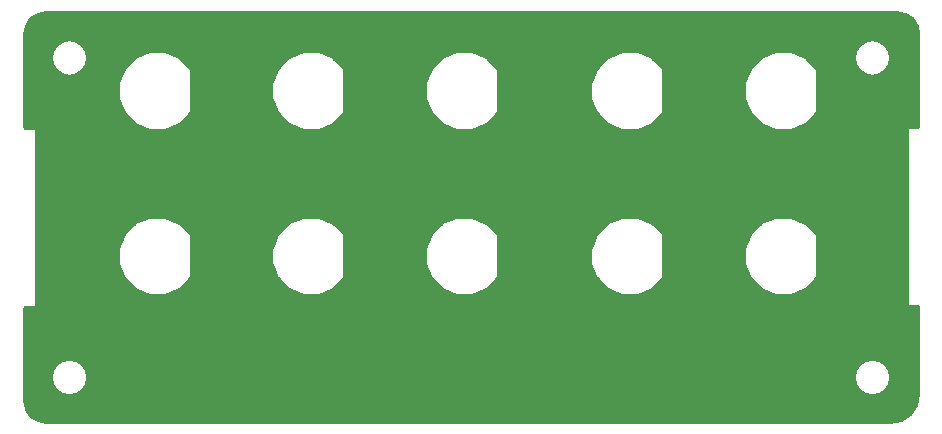
<source format=gbl>
G04 #@! TF.GenerationSoftware,KiCad,Pcbnew,(2017-06-07 revision 51bed4bae)-makepkg*
G04 #@! TF.CreationDate,2017-06-10T14:48:25+02:00*
G04 #@! TF.ProjectId,Front_Panel_76x35,46726F6E745F50616E656C5F37367833,rev?*
G04 #@! TF.FileFunction,Copper,L2,Bot,Signal*
G04 #@! TF.FilePolarity,Positive*
%FSLAX46Y46*%
G04 Gerber Fmt 4.6, Leading zero omitted, Abs format (unit mm)*
G04 Created by KiCad (PCBNEW (2017-06-07 revision 51bed4bae)-makepkg) date 06/10/17 14:48:25*
%MOMM*%
%LPD*%
G01*
G04 APERTURE LIST*
%ADD10C,0.150000*%
%ADD11C,0.800000*%
%ADD12C,0.254000*%
G04 APERTURE END LIST*
D10*
D11*
X60600000Y-20830000D03*
X61115802Y-18905000D03*
X62525000Y-17495802D03*
X64450000Y-16980000D03*
X66375000Y-17495802D03*
X67784198Y-18905000D03*
X68300000Y-20830000D03*
X67784198Y-22755000D03*
X66375000Y-24164198D03*
X64450000Y-24680000D03*
X62525000Y-24164198D03*
X61115802Y-22755000D03*
X47600000Y-20830000D03*
X48115802Y-18905000D03*
X49525000Y-17495802D03*
X51450000Y-16980000D03*
X53375000Y-17495802D03*
X54784198Y-18905000D03*
X55300000Y-20830000D03*
X54784198Y-22755000D03*
X53375000Y-24164198D03*
X51450000Y-24680000D03*
X49525000Y-24164198D03*
X48115802Y-22755000D03*
X60600000Y-6830000D03*
X61115802Y-4905000D03*
X62525000Y-3495802D03*
X64450000Y-2980000D03*
X66375000Y-3495802D03*
X67784198Y-4905000D03*
X68300000Y-6830000D03*
X67784198Y-8755000D03*
X66375000Y-10164198D03*
X64450000Y-10680000D03*
X62525000Y-10164198D03*
X61115802Y-8755000D03*
X47600000Y-6830000D03*
X48115802Y-4905000D03*
X49525000Y-3495802D03*
X51450000Y-2980000D03*
X53375000Y-3495802D03*
X54784198Y-4905000D03*
X55300000Y-6830000D03*
X54784198Y-8755000D03*
X53375000Y-10164198D03*
X51450000Y-10680000D03*
X49525000Y-10164198D03*
X48115802Y-8755000D03*
X33600000Y-20830000D03*
X34115802Y-18905000D03*
X35525000Y-17495802D03*
X37450000Y-16980000D03*
X39375000Y-17495802D03*
X40784198Y-18905000D03*
X41300000Y-20830000D03*
X40784198Y-22755000D03*
X39375000Y-24164198D03*
X37450000Y-24680000D03*
X35525000Y-24164198D03*
X34115802Y-22755000D03*
X20600000Y-20830000D03*
X21115802Y-18905000D03*
X22525000Y-17495802D03*
X24450000Y-16980000D03*
X26375000Y-17495802D03*
X27784198Y-18905000D03*
X28300000Y-20830000D03*
X27784198Y-22755000D03*
X26375000Y-24164198D03*
X24450000Y-24680000D03*
X22525000Y-24164198D03*
X21115802Y-22755000D03*
X7600000Y-20830000D03*
X8115802Y-18905000D03*
X9525000Y-17495802D03*
X11450000Y-16980000D03*
X13375000Y-17495802D03*
X14784198Y-18905000D03*
X15300000Y-20830000D03*
X14784198Y-22755000D03*
X13375000Y-24164198D03*
X11450000Y-24680000D03*
X9525000Y-24164198D03*
X8115802Y-22755000D03*
X33600000Y-6830000D03*
X34115802Y-4905000D03*
X35525000Y-3495802D03*
X37450000Y-2980000D03*
X39375000Y-3495802D03*
X40784198Y-4905000D03*
X41300000Y-6830000D03*
X40784198Y-8755000D03*
X39375000Y-10164198D03*
X37450000Y-10680000D03*
X35525000Y-10164198D03*
X34115802Y-8755000D03*
X20600000Y-6830000D03*
X21115802Y-4905000D03*
X22525000Y-3495802D03*
X24450000Y-2980000D03*
X26375000Y-3495802D03*
X27784198Y-4905000D03*
X28300000Y-6830000D03*
X27784198Y-8755000D03*
X26375000Y-10164198D03*
X24450000Y-10680000D03*
X22525000Y-10164198D03*
X21115802Y-8755000D03*
X7600000Y-6830000D03*
X8115802Y-4905000D03*
X9525000Y-3495802D03*
X11450000Y-2980000D03*
X13375000Y-3495802D03*
X14784198Y-4905000D03*
X15300000Y-6830000D03*
X14784198Y-8755000D03*
X13375000Y-10164198D03*
X11450000Y-10680000D03*
X9525000Y-10164198D03*
X8115802Y-8755000D03*
D12*
G36*
X74731912Y-321292D02*
X75335443Y-724557D01*
X75738708Y-1328088D01*
X75883000Y-2053495D01*
X75883000Y-9746505D01*
X75868112Y-9821352D01*
X75833361Y-9873360D01*
X75781352Y-9908112D01*
X75706505Y-9923000D01*
X75029999Y-9923000D01*
X74977571Y-9933429D01*
X74933125Y-9963126D01*
X74903428Y-10007572D01*
X74892999Y-10060000D01*
X74893000Y-24900000D01*
X74903429Y-24952428D01*
X74933126Y-24996874D01*
X74977572Y-25026571D01*
X75030000Y-25037000D01*
X75706505Y-25037000D01*
X75781352Y-25051888D01*
X75833361Y-25086640D01*
X75868112Y-25138648D01*
X75883000Y-25213495D01*
X75883000Y-32526505D01*
X75701408Y-33439429D01*
X75191926Y-34201923D01*
X74429429Y-34711408D01*
X73516495Y-34893002D01*
X2043486Y-34902998D01*
X1318088Y-34758708D01*
X714557Y-34355443D01*
X311292Y-33751912D01*
X167000Y-33026505D01*
X167000Y-31075000D01*
X2438000Y-31075000D01*
X2554997Y-31663184D01*
X2888177Y-32161823D01*
X3386816Y-32495003D01*
X3975000Y-32612000D01*
X4563184Y-32495003D01*
X5061823Y-32161823D01*
X5395003Y-31663184D01*
X5507027Y-31100000D01*
X70413000Y-31100000D01*
X70529997Y-31688184D01*
X70863177Y-32186823D01*
X71361816Y-32520003D01*
X71950000Y-32637000D01*
X72538184Y-32520003D01*
X73036823Y-32186823D01*
X73370003Y-31688184D01*
X73487000Y-31100000D01*
X73370003Y-30511816D01*
X73036823Y-30013177D01*
X72538184Y-29679997D01*
X71950000Y-29563000D01*
X71361816Y-29679997D01*
X70863177Y-30013177D01*
X70529997Y-30511816D01*
X70413000Y-31100000D01*
X5507027Y-31100000D01*
X5512000Y-31075000D01*
X5395003Y-30486816D01*
X5061823Y-29988177D01*
X4563184Y-29654997D01*
X3975000Y-29538000D01*
X3386816Y-29654997D01*
X2888177Y-29988177D01*
X2554997Y-30486816D01*
X2438000Y-31075000D01*
X167000Y-31075000D01*
X167000Y-25313495D01*
X181888Y-25238648D01*
X216640Y-25186639D01*
X268648Y-25151888D01*
X343495Y-25137000D01*
X1020000Y-25137000D01*
X1072428Y-25126571D01*
X1116874Y-25096874D01*
X1146571Y-25052428D01*
X1157000Y-25000000D01*
X1157000Y-21459117D01*
X8123948Y-21459117D01*
X8134297Y-21511561D01*
X8617882Y-22684054D01*
X8623586Y-22692618D01*
X8647513Y-22728545D01*
X9542980Y-23626727D01*
X9569562Y-23644546D01*
X9587381Y-23656492D01*
X10758404Y-24143624D01*
X10810816Y-24154132D01*
X12079117Y-24156052D01*
X12131561Y-24145703D01*
X13304054Y-23662118D01*
X13321839Y-23650272D01*
X13348545Y-23632487D01*
X14246727Y-22737020D01*
X14246785Y-22736933D01*
X14246874Y-22736874D01*
X14261838Y-22714477D01*
X14276492Y-22692618D01*
X14276513Y-22692515D01*
X14276571Y-22692428D01*
X14281748Y-22666403D01*
X14287000Y-22640207D01*
X14286979Y-22640103D01*
X14287000Y-22640000D01*
X14287000Y-21459117D01*
X21123948Y-21459117D01*
X21134297Y-21511561D01*
X21617882Y-22684054D01*
X21623586Y-22692618D01*
X21647513Y-22728545D01*
X22542980Y-23626727D01*
X22569562Y-23644546D01*
X22587381Y-23656492D01*
X23758404Y-24143624D01*
X23810816Y-24154132D01*
X25079117Y-24156052D01*
X25131561Y-24145703D01*
X26304054Y-23662118D01*
X26321839Y-23650272D01*
X26348545Y-23632487D01*
X27246727Y-22737020D01*
X27246785Y-22736933D01*
X27246874Y-22736874D01*
X27261838Y-22714477D01*
X27276492Y-22692618D01*
X27276513Y-22692515D01*
X27276571Y-22692428D01*
X27281748Y-22666403D01*
X27287000Y-22640207D01*
X27286979Y-22640103D01*
X27287000Y-22640000D01*
X27287000Y-21459117D01*
X34123948Y-21459117D01*
X34134297Y-21511561D01*
X34617882Y-22684054D01*
X34623586Y-22692618D01*
X34647513Y-22728545D01*
X35542980Y-23626727D01*
X35569562Y-23644546D01*
X35587381Y-23656492D01*
X36758404Y-24143624D01*
X36810816Y-24154132D01*
X38079117Y-24156052D01*
X38131561Y-24145703D01*
X39304054Y-23662118D01*
X39321839Y-23650272D01*
X39348545Y-23632487D01*
X40246727Y-22737020D01*
X40246785Y-22736933D01*
X40246874Y-22736874D01*
X40261838Y-22714477D01*
X40276492Y-22692618D01*
X40276513Y-22692515D01*
X40276571Y-22692428D01*
X40281748Y-22666403D01*
X40287000Y-22640207D01*
X40286979Y-22640103D01*
X40287000Y-22640000D01*
X40287000Y-21459117D01*
X48123948Y-21459117D01*
X48134297Y-21511561D01*
X48617882Y-22684054D01*
X48623586Y-22692618D01*
X48647513Y-22728545D01*
X49542980Y-23626727D01*
X49569562Y-23644546D01*
X49587381Y-23656492D01*
X50758404Y-24143624D01*
X50810816Y-24154132D01*
X52079117Y-24156052D01*
X52131561Y-24145703D01*
X53304054Y-23662118D01*
X53321839Y-23650272D01*
X53348545Y-23632487D01*
X54246727Y-22737020D01*
X54246785Y-22736933D01*
X54246874Y-22736874D01*
X54261838Y-22714477D01*
X54276492Y-22692618D01*
X54276513Y-22692515D01*
X54276571Y-22692428D01*
X54281748Y-22666403D01*
X54287000Y-22640207D01*
X54286979Y-22640103D01*
X54287000Y-22640000D01*
X54287000Y-21459117D01*
X61123948Y-21459117D01*
X61134297Y-21511561D01*
X61617882Y-22684054D01*
X61623586Y-22692618D01*
X61647513Y-22728545D01*
X62542980Y-23626727D01*
X62569562Y-23644546D01*
X62587381Y-23656492D01*
X63758404Y-24143624D01*
X63810816Y-24154132D01*
X65079117Y-24156052D01*
X65131561Y-24145703D01*
X66304054Y-23662118D01*
X66321839Y-23650272D01*
X66348545Y-23632487D01*
X67246727Y-22737020D01*
X67246785Y-22736933D01*
X67246874Y-22736874D01*
X67261838Y-22714477D01*
X67276492Y-22692618D01*
X67276513Y-22692515D01*
X67276571Y-22692428D01*
X67281748Y-22666403D01*
X67287000Y-22640207D01*
X67286979Y-22640103D01*
X67287000Y-22640000D01*
X67287000Y-19020000D01*
X67276571Y-18967572D01*
X67246874Y-18923126D01*
X66356874Y-18033126D01*
X66334560Y-18018217D01*
X66312619Y-18003508D01*
X65141596Y-17516376D01*
X65089184Y-17505868D01*
X63820883Y-17503948D01*
X63812239Y-17505654D01*
X63768439Y-17514297D01*
X62595946Y-17997882D01*
X62587499Y-18003508D01*
X62551455Y-18027513D01*
X61653273Y-18922980D01*
X61623508Y-18967381D01*
X61136376Y-20138404D01*
X61125868Y-20190816D01*
X61123948Y-21459117D01*
X54287000Y-21459117D01*
X54287000Y-19020000D01*
X54276571Y-18967572D01*
X54246874Y-18923126D01*
X53356874Y-18033126D01*
X53334560Y-18018217D01*
X53312619Y-18003508D01*
X52141596Y-17516376D01*
X52089184Y-17505868D01*
X50820883Y-17503948D01*
X50812239Y-17505654D01*
X50768439Y-17514297D01*
X49595946Y-17997882D01*
X49587499Y-18003508D01*
X49551455Y-18027513D01*
X48653273Y-18922980D01*
X48623508Y-18967381D01*
X48136376Y-20138404D01*
X48125868Y-20190816D01*
X48123948Y-21459117D01*
X40287000Y-21459117D01*
X40287000Y-19020000D01*
X40276571Y-18967572D01*
X40246874Y-18923126D01*
X39356874Y-18033126D01*
X39334560Y-18018217D01*
X39312619Y-18003508D01*
X38141596Y-17516376D01*
X38089184Y-17505868D01*
X36820883Y-17503948D01*
X36812239Y-17505654D01*
X36768439Y-17514297D01*
X35595946Y-17997882D01*
X35587499Y-18003508D01*
X35551455Y-18027513D01*
X34653273Y-18922980D01*
X34623508Y-18967381D01*
X34136376Y-20138404D01*
X34125868Y-20190816D01*
X34123948Y-21459117D01*
X27287000Y-21459117D01*
X27287000Y-19020000D01*
X27276571Y-18967572D01*
X27246874Y-18923126D01*
X26356874Y-18033126D01*
X26334560Y-18018217D01*
X26312619Y-18003508D01*
X25141596Y-17516376D01*
X25089184Y-17505868D01*
X23820883Y-17503948D01*
X23812239Y-17505654D01*
X23768439Y-17514297D01*
X22595946Y-17997882D01*
X22587499Y-18003508D01*
X22551455Y-18027513D01*
X21653273Y-18922980D01*
X21623508Y-18967381D01*
X21136376Y-20138404D01*
X21125868Y-20190816D01*
X21123948Y-21459117D01*
X14287000Y-21459117D01*
X14287000Y-19020000D01*
X14276571Y-18967572D01*
X14246874Y-18923126D01*
X13356874Y-18033126D01*
X13334560Y-18018217D01*
X13312619Y-18003508D01*
X12141596Y-17516376D01*
X12089184Y-17505868D01*
X10820883Y-17503948D01*
X10812239Y-17505654D01*
X10768439Y-17514297D01*
X9595946Y-17997882D01*
X9587499Y-18003508D01*
X9551455Y-18027513D01*
X8653273Y-18922980D01*
X8623508Y-18967381D01*
X8136376Y-20138404D01*
X8125868Y-20190816D01*
X8123948Y-21459117D01*
X1157000Y-21459117D01*
X1157000Y-10160000D01*
X1146571Y-10107572D01*
X1116874Y-10063126D01*
X1072428Y-10033429D01*
X1020000Y-10023000D01*
X343495Y-10023000D01*
X268648Y-10008112D01*
X216640Y-9973361D01*
X181888Y-9921352D01*
X167000Y-9846505D01*
X167000Y-7459117D01*
X8123948Y-7459117D01*
X8134297Y-7511561D01*
X8617882Y-8684054D01*
X8623586Y-8692618D01*
X8647513Y-8728545D01*
X9542980Y-9626727D01*
X9569562Y-9644546D01*
X9587381Y-9656492D01*
X10758404Y-10143624D01*
X10810816Y-10154132D01*
X12079117Y-10156052D01*
X12131561Y-10145703D01*
X13304054Y-9662118D01*
X13328121Y-9646089D01*
X13348545Y-9632487D01*
X14246727Y-8737020D01*
X14246785Y-8736933D01*
X14246874Y-8736874D01*
X14261838Y-8714477D01*
X14276492Y-8692618D01*
X14276513Y-8692515D01*
X14276571Y-8692428D01*
X14281748Y-8666403D01*
X14287000Y-8640207D01*
X14286979Y-8640103D01*
X14287000Y-8640000D01*
X14287000Y-7459117D01*
X21123948Y-7459117D01*
X21134297Y-7511561D01*
X21617882Y-8684054D01*
X21623586Y-8692618D01*
X21647513Y-8728545D01*
X22542980Y-9626727D01*
X22569562Y-9644546D01*
X22587381Y-9656492D01*
X23758404Y-10143624D01*
X23810816Y-10154132D01*
X25079117Y-10156052D01*
X25131561Y-10145703D01*
X26304054Y-9662118D01*
X26328121Y-9646089D01*
X26348545Y-9632487D01*
X27246727Y-8737020D01*
X27246785Y-8736933D01*
X27246874Y-8736874D01*
X27261838Y-8714477D01*
X27276492Y-8692618D01*
X27276513Y-8692515D01*
X27276571Y-8692428D01*
X27281748Y-8666403D01*
X27287000Y-8640207D01*
X27286979Y-8640103D01*
X27287000Y-8640000D01*
X27287000Y-7459117D01*
X34123948Y-7459117D01*
X34134297Y-7511561D01*
X34617882Y-8684054D01*
X34623586Y-8692618D01*
X34647513Y-8728545D01*
X35542980Y-9626727D01*
X35569562Y-9644546D01*
X35587381Y-9656492D01*
X36758404Y-10143624D01*
X36810816Y-10154132D01*
X38079117Y-10156052D01*
X38131561Y-10145703D01*
X39304054Y-9662118D01*
X39328121Y-9646089D01*
X39348545Y-9632487D01*
X40246727Y-8737020D01*
X40246785Y-8736933D01*
X40246874Y-8736874D01*
X40261838Y-8714477D01*
X40276492Y-8692618D01*
X40276513Y-8692515D01*
X40276571Y-8692428D01*
X40281748Y-8666403D01*
X40287000Y-8640207D01*
X40286979Y-8640103D01*
X40287000Y-8640000D01*
X40287000Y-7459117D01*
X48123948Y-7459117D01*
X48134297Y-7511561D01*
X48617882Y-8684054D01*
X48623586Y-8692618D01*
X48647513Y-8728545D01*
X49542980Y-9626727D01*
X49569562Y-9644546D01*
X49587381Y-9656492D01*
X50758404Y-10143624D01*
X50810816Y-10154132D01*
X52079117Y-10156052D01*
X52131561Y-10145703D01*
X53304054Y-9662118D01*
X53328121Y-9646089D01*
X53348545Y-9632487D01*
X54246727Y-8737020D01*
X54246785Y-8736933D01*
X54246874Y-8736874D01*
X54261838Y-8714477D01*
X54276492Y-8692618D01*
X54276513Y-8692515D01*
X54276571Y-8692428D01*
X54281748Y-8666403D01*
X54287000Y-8640207D01*
X54286979Y-8640103D01*
X54287000Y-8640000D01*
X54287000Y-7459117D01*
X61123948Y-7459117D01*
X61134297Y-7511561D01*
X61617882Y-8684054D01*
X61623586Y-8692618D01*
X61647513Y-8728545D01*
X62542980Y-9626727D01*
X62569562Y-9644546D01*
X62587381Y-9656492D01*
X63758404Y-10143624D01*
X63810816Y-10154132D01*
X65079117Y-10156052D01*
X65131561Y-10145703D01*
X66304054Y-9662118D01*
X66328121Y-9646089D01*
X66348545Y-9632487D01*
X67246727Y-8737020D01*
X67246785Y-8736933D01*
X67246874Y-8736874D01*
X67261838Y-8714477D01*
X67276492Y-8692618D01*
X67276513Y-8692515D01*
X67276571Y-8692428D01*
X67281748Y-8666403D01*
X67287000Y-8640207D01*
X67286979Y-8640103D01*
X67287000Y-8640000D01*
X67287000Y-5020000D01*
X67276571Y-4967572D01*
X67246874Y-4923126D01*
X66356874Y-4033126D01*
X66344712Y-4025000D01*
X70438000Y-4025000D01*
X70554997Y-4613184D01*
X70888177Y-5111823D01*
X71386816Y-5445003D01*
X71975000Y-5562000D01*
X72563184Y-5445003D01*
X73061823Y-5111823D01*
X73395003Y-4613184D01*
X73512000Y-4025000D01*
X73395003Y-3436816D01*
X73061823Y-2938177D01*
X72563184Y-2604997D01*
X71975000Y-2488000D01*
X71386816Y-2604997D01*
X70888177Y-2938177D01*
X70554997Y-3436816D01*
X70438000Y-4025000D01*
X66344712Y-4025000D01*
X66334560Y-4018217D01*
X66312619Y-4003508D01*
X65141596Y-3516376D01*
X65089184Y-3505868D01*
X63820883Y-3503948D01*
X63812239Y-3505654D01*
X63768439Y-3514297D01*
X62595946Y-3997882D01*
X62587499Y-4003508D01*
X62551455Y-4027513D01*
X61653273Y-4922980D01*
X61623508Y-4967381D01*
X61136376Y-6138404D01*
X61125868Y-6190816D01*
X61123948Y-7459117D01*
X54287000Y-7459117D01*
X54287000Y-5020000D01*
X54276571Y-4967572D01*
X54246874Y-4923126D01*
X53356874Y-4033126D01*
X53334560Y-4018217D01*
X53312619Y-4003508D01*
X52141596Y-3516376D01*
X52089184Y-3505868D01*
X50820883Y-3503948D01*
X50812239Y-3505654D01*
X50768439Y-3514297D01*
X49595946Y-3997882D01*
X49587499Y-4003508D01*
X49551455Y-4027513D01*
X48653273Y-4922980D01*
X48623508Y-4967381D01*
X48136376Y-6138404D01*
X48125868Y-6190816D01*
X48123948Y-7459117D01*
X40287000Y-7459117D01*
X40287000Y-5020000D01*
X40276571Y-4967572D01*
X40246874Y-4923126D01*
X39356874Y-4033126D01*
X39334560Y-4018217D01*
X39312619Y-4003508D01*
X38141596Y-3516376D01*
X38089184Y-3505868D01*
X36820883Y-3503948D01*
X36812239Y-3505654D01*
X36768439Y-3514297D01*
X35595946Y-3997882D01*
X35587499Y-4003508D01*
X35551455Y-4027513D01*
X34653273Y-4922980D01*
X34623508Y-4967381D01*
X34136376Y-6138404D01*
X34125868Y-6190816D01*
X34123948Y-7459117D01*
X27287000Y-7459117D01*
X27287000Y-5020000D01*
X27276571Y-4967572D01*
X27246874Y-4923126D01*
X26356874Y-4033126D01*
X26334560Y-4018217D01*
X26312619Y-4003508D01*
X25141596Y-3516376D01*
X25089184Y-3505868D01*
X23820883Y-3503948D01*
X23812239Y-3505654D01*
X23768439Y-3514297D01*
X22595946Y-3997882D01*
X22587499Y-4003508D01*
X22551455Y-4027513D01*
X21653273Y-4922980D01*
X21623508Y-4967381D01*
X21136376Y-6138404D01*
X21125868Y-6190816D01*
X21123948Y-7459117D01*
X14287000Y-7459117D01*
X14287000Y-5020000D01*
X14276571Y-4967572D01*
X14246874Y-4923126D01*
X13356874Y-4033126D01*
X13334560Y-4018217D01*
X13312619Y-4003508D01*
X12141596Y-3516376D01*
X12089184Y-3505868D01*
X10820883Y-3503948D01*
X10812239Y-3505654D01*
X10768439Y-3514297D01*
X9595946Y-3997882D01*
X9587499Y-4003508D01*
X9551455Y-4027513D01*
X8653273Y-4922980D01*
X8623508Y-4967381D01*
X8136376Y-6138404D01*
X8125868Y-6190816D01*
X8123948Y-7459117D01*
X167000Y-7459117D01*
X167000Y-4025000D01*
X2438000Y-4025000D01*
X2554997Y-4613184D01*
X2888177Y-5111823D01*
X3386816Y-5445003D01*
X3975000Y-5562000D01*
X4563184Y-5445003D01*
X5061823Y-5111823D01*
X5395003Y-4613184D01*
X5512000Y-4025000D01*
X5395003Y-3436816D01*
X5061823Y-2938177D01*
X4563184Y-2604997D01*
X3975000Y-2488000D01*
X3386816Y-2604997D01*
X2888177Y-2938177D01*
X2554997Y-3436816D01*
X2438000Y-4025000D01*
X167000Y-4025000D01*
X167000Y-2053496D01*
X311292Y-1328089D01*
X714557Y-724558D01*
X1318085Y-321293D01*
X2043494Y-177000D01*
X74006505Y-177000D01*
X74731912Y-321292D01*
X74731912Y-321292D01*
G37*
X74731912Y-321292D02*
X75335443Y-724557D01*
X75738708Y-1328088D01*
X75883000Y-2053495D01*
X75883000Y-9746505D01*
X75868112Y-9821352D01*
X75833361Y-9873360D01*
X75781352Y-9908112D01*
X75706505Y-9923000D01*
X75029999Y-9923000D01*
X74977571Y-9933429D01*
X74933125Y-9963126D01*
X74903428Y-10007572D01*
X74892999Y-10060000D01*
X74893000Y-24900000D01*
X74903429Y-24952428D01*
X74933126Y-24996874D01*
X74977572Y-25026571D01*
X75030000Y-25037000D01*
X75706505Y-25037000D01*
X75781352Y-25051888D01*
X75833361Y-25086640D01*
X75868112Y-25138648D01*
X75883000Y-25213495D01*
X75883000Y-32526505D01*
X75701408Y-33439429D01*
X75191926Y-34201923D01*
X74429429Y-34711408D01*
X73516495Y-34893002D01*
X2043486Y-34902998D01*
X1318088Y-34758708D01*
X714557Y-34355443D01*
X311292Y-33751912D01*
X167000Y-33026505D01*
X167000Y-31075000D01*
X2438000Y-31075000D01*
X2554997Y-31663184D01*
X2888177Y-32161823D01*
X3386816Y-32495003D01*
X3975000Y-32612000D01*
X4563184Y-32495003D01*
X5061823Y-32161823D01*
X5395003Y-31663184D01*
X5507027Y-31100000D01*
X70413000Y-31100000D01*
X70529997Y-31688184D01*
X70863177Y-32186823D01*
X71361816Y-32520003D01*
X71950000Y-32637000D01*
X72538184Y-32520003D01*
X73036823Y-32186823D01*
X73370003Y-31688184D01*
X73487000Y-31100000D01*
X73370003Y-30511816D01*
X73036823Y-30013177D01*
X72538184Y-29679997D01*
X71950000Y-29563000D01*
X71361816Y-29679997D01*
X70863177Y-30013177D01*
X70529997Y-30511816D01*
X70413000Y-31100000D01*
X5507027Y-31100000D01*
X5512000Y-31075000D01*
X5395003Y-30486816D01*
X5061823Y-29988177D01*
X4563184Y-29654997D01*
X3975000Y-29538000D01*
X3386816Y-29654997D01*
X2888177Y-29988177D01*
X2554997Y-30486816D01*
X2438000Y-31075000D01*
X167000Y-31075000D01*
X167000Y-25313495D01*
X181888Y-25238648D01*
X216640Y-25186639D01*
X268648Y-25151888D01*
X343495Y-25137000D01*
X1020000Y-25137000D01*
X1072428Y-25126571D01*
X1116874Y-25096874D01*
X1146571Y-25052428D01*
X1157000Y-25000000D01*
X1157000Y-21459117D01*
X8123948Y-21459117D01*
X8134297Y-21511561D01*
X8617882Y-22684054D01*
X8623586Y-22692618D01*
X8647513Y-22728545D01*
X9542980Y-23626727D01*
X9569562Y-23644546D01*
X9587381Y-23656492D01*
X10758404Y-24143624D01*
X10810816Y-24154132D01*
X12079117Y-24156052D01*
X12131561Y-24145703D01*
X13304054Y-23662118D01*
X13321839Y-23650272D01*
X13348545Y-23632487D01*
X14246727Y-22737020D01*
X14246785Y-22736933D01*
X14246874Y-22736874D01*
X14261838Y-22714477D01*
X14276492Y-22692618D01*
X14276513Y-22692515D01*
X14276571Y-22692428D01*
X14281748Y-22666403D01*
X14287000Y-22640207D01*
X14286979Y-22640103D01*
X14287000Y-22640000D01*
X14287000Y-21459117D01*
X21123948Y-21459117D01*
X21134297Y-21511561D01*
X21617882Y-22684054D01*
X21623586Y-22692618D01*
X21647513Y-22728545D01*
X22542980Y-23626727D01*
X22569562Y-23644546D01*
X22587381Y-23656492D01*
X23758404Y-24143624D01*
X23810816Y-24154132D01*
X25079117Y-24156052D01*
X25131561Y-24145703D01*
X26304054Y-23662118D01*
X26321839Y-23650272D01*
X26348545Y-23632487D01*
X27246727Y-22737020D01*
X27246785Y-22736933D01*
X27246874Y-22736874D01*
X27261838Y-22714477D01*
X27276492Y-22692618D01*
X27276513Y-22692515D01*
X27276571Y-22692428D01*
X27281748Y-22666403D01*
X27287000Y-22640207D01*
X27286979Y-22640103D01*
X27287000Y-22640000D01*
X27287000Y-21459117D01*
X34123948Y-21459117D01*
X34134297Y-21511561D01*
X34617882Y-22684054D01*
X34623586Y-22692618D01*
X34647513Y-22728545D01*
X35542980Y-23626727D01*
X35569562Y-23644546D01*
X35587381Y-23656492D01*
X36758404Y-24143624D01*
X36810816Y-24154132D01*
X38079117Y-24156052D01*
X38131561Y-24145703D01*
X39304054Y-23662118D01*
X39321839Y-23650272D01*
X39348545Y-23632487D01*
X40246727Y-22737020D01*
X40246785Y-22736933D01*
X40246874Y-22736874D01*
X40261838Y-22714477D01*
X40276492Y-22692618D01*
X40276513Y-22692515D01*
X40276571Y-22692428D01*
X40281748Y-22666403D01*
X40287000Y-22640207D01*
X40286979Y-22640103D01*
X40287000Y-22640000D01*
X40287000Y-21459117D01*
X48123948Y-21459117D01*
X48134297Y-21511561D01*
X48617882Y-22684054D01*
X48623586Y-22692618D01*
X48647513Y-22728545D01*
X49542980Y-23626727D01*
X49569562Y-23644546D01*
X49587381Y-23656492D01*
X50758404Y-24143624D01*
X50810816Y-24154132D01*
X52079117Y-24156052D01*
X52131561Y-24145703D01*
X53304054Y-23662118D01*
X53321839Y-23650272D01*
X53348545Y-23632487D01*
X54246727Y-22737020D01*
X54246785Y-22736933D01*
X54246874Y-22736874D01*
X54261838Y-22714477D01*
X54276492Y-22692618D01*
X54276513Y-22692515D01*
X54276571Y-22692428D01*
X54281748Y-22666403D01*
X54287000Y-22640207D01*
X54286979Y-22640103D01*
X54287000Y-22640000D01*
X54287000Y-21459117D01*
X61123948Y-21459117D01*
X61134297Y-21511561D01*
X61617882Y-22684054D01*
X61623586Y-22692618D01*
X61647513Y-22728545D01*
X62542980Y-23626727D01*
X62569562Y-23644546D01*
X62587381Y-23656492D01*
X63758404Y-24143624D01*
X63810816Y-24154132D01*
X65079117Y-24156052D01*
X65131561Y-24145703D01*
X66304054Y-23662118D01*
X66321839Y-23650272D01*
X66348545Y-23632487D01*
X67246727Y-22737020D01*
X67246785Y-22736933D01*
X67246874Y-22736874D01*
X67261838Y-22714477D01*
X67276492Y-22692618D01*
X67276513Y-22692515D01*
X67276571Y-22692428D01*
X67281748Y-22666403D01*
X67287000Y-22640207D01*
X67286979Y-22640103D01*
X67287000Y-22640000D01*
X67287000Y-19020000D01*
X67276571Y-18967572D01*
X67246874Y-18923126D01*
X66356874Y-18033126D01*
X66334560Y-18018217D01*
X66312619Y-18003508D01*
X65141596Y-17516376D01*
X65089184Y-17505868D01*
X63820883Y-17503948D01*
X63812239Y-17505654D01*
X63768439Y-17514297D01*
X62595946Y-17997882D01*
X62587499Y-18003508D01*
X62551455Y-18027513D01*
X61653273Y-18922980D01*
X61623508Y-18967381D01*
X61136376Y-20138404D01*
X61125868Y-20190816D01*
X61123948Y-21459117D01*
X54287000Y-21459117D01*
X54287000Y-19020000D01*
X54276571Y-18967572D01*
X54246874Y-18923126D01*
X53356874Y-18033126D01*
X53334560Y-18018217D01*
X53312619Y-18003508D01*
X52141596Y-17516376D01*
X52089184Y-17505868D01*
X50820883Y-17503948D01*
X50812239Y-17505654D01*
X50768439Y-17514297D01*
X49595946Y-17997882D01*
X49587499Y-18003508D01*
X49551455Y-18027513D01*
X48653273Y-18922980D01*
X48623508Y-18967381D01*
X48136376Y-20138404D01*
X48125868Y-20190816D01*
X48123948Y-21459117D01*
X40287000Y-21459117D01*
X40287000Y-19020000D01*
X40276571Y-18967572D01*
X40246874Y-18923126D01*
X39356874Y-18033126D01*
X39334560Y-18018217D01*
X39312619Y-18003508D01*
X38141596Y-17516376D01*
X38089184Y-17505868D01*
X36820883Y-17503948D01*
X36812239Y-17505654D01*
X36768439Y-17514297D01*
X35595946Y-17997882D01*
X35587499Y-18003508D01*
X35551455Y-18027513D01*
X34653273Y-18922980D01*
X34623508Y-18967381D01*
X34136376Y-20138404D01*
X34125868Y-20190816D01*
X34123948Y-21459117D01*
X27287000Y-21459117D01*
X27287000Y-19020000D01*
X27276571Y-18967572D01*
X27246874Y-18923126D01*
X26356874Y-18033126D01*
X26334560Y-18018217D01*
X26312619Y-18003508D01*
X25141596Y-17516376D01*
X25089184Y-17505868D01*
X23820883Y-17503948D01*
X23812239Y-17505654D01*
X23768439Y-17514297D01*
X22595946Y-17997882D01*
X22587499Y-18003508D01*
X22551455Y-18027513D01*
X21653273Y-18922980D01*
X21623508Y-18967381D01*
X21136376Y-20138404D01*
X21125868Y-20190816D01*
X21123948Y-21459117D01*
X14287000Y-21459117D01*
X14287000Y-19020000D01*
X14276571Y-18967572D01*
X14246874Y-18923126D01*
X13356874Y-18033126D01*
X13334560Y-18018217D01*
X13312619Y-18003508D01*
X12141596Y-17516376D01*
X12089184Y-17505868D01*
X10820883Y-17503948D01*
X10812239Y-17505654D01*
X10768439Y-17514297D01*
X9595946Y-17997882D01*
X9587499Y-18003508D01*
X9551455Y-18027513D01*
X8653273Y-18922980D01*
X8623508Y-18967381D01*
X8136376Y-20138404D01*
X8125868Y-20190816D01*
X8123948Y-21459117D01*
X1157000Y-21459117D01*
X1157000Y-10160000D01*
X1146571Y-10107572D01*
X1116874Y-10063126D01*
X1072428Y-10033429D01*
X1020000Y-10023000D01*
X343495Y-10023000D01*
X268648Y-10008112D01*
X216640Y-9973361D01*
X181888Y-9921352D01*
X167000Y-9846505D01*
X167000Y-7459117D01*
X8123948Y-7459117D01*
X8134297Y-7511561D01*
X8617882Y-8684054D01*
X8623586Y-8692618D01*
X8647513Y-8728545D01*
X9542980Y-9626727D01*
X9569562Y-9644546D01*
X9587381Y-9656492D01*
X10758404Y-10143624D01*
X10810816Y-10154132D01*
X12079117Y-10156052D01*
X12131561Y-10145703D01*
X13304054Y-9662118D01*
X13328121Y-9646089D01*
X13348545Y-9632487D01*
X14246727Y-8737020D01*
X14246785Y-8736933D01*
X14246874Y-8736874D01*
X14261838Y-8714477D01*
X14276492Y-8692618D01*
X14276513Y-8692515D01*
X14276571Y-8692428D01*
X14281748Y-8666403D01*
X14287000Y-8640207D01*
X14286979Y-8640103D01*
X14287000Y-8640000D01*
X14287000Y-7459117D01*
X21123948Y-7459117D01*
X21134297Y-7511561D01*
X21617882Y-8684054D01*
X21623586Y-8692618D01*
X21647513Y-8728545D01*
X22542980Y-9626727D01*
X22569562Y-9644546D01*
X22587381Y-9656492D01*
X23758404Y-10143624D01*
X23810816Y-10154132D01*
X25079117Y-10156052D01*
X25131561Y-10145703D01*
X26304054Y-9662118D01*
X26328121Y-9646089D01*
X26348545Y-9632487D01*
X27246727Y-8737020D01*
X27246785Y-8736933D01*
X27246874Y-8736874D01*
X27261838Y-8714477D01*
X27276492Y-8692618D01*
X27276513Y-8692515D01*
X27276571Y-8692428D01*
X27281748Y-8666403D01*
X27287000Y-8640207D01*
X27286979Y-8640103D01*
X27287000Y-8640000D01*
X27287000Y-7459117D01*
X34123948Y-7459117D01*
X34134297Y-7511561D01*
X34617882Y-8684054D01*
X34623586Y-8692618D01*
X34647513Y-8728545D01*
X35542980Y-9626727D01*
X35569562Y-9644546D01*
X35587381Y-9656492D01*
X36758404Y-10143624D01*
X36810816Y-10154132D01*
X38079117Y-10156052D01*
X38131561Y-10145703D01*
X39304054Y-9662118D01*
X39328121Y-9646089D01*
X39348545Y-9632487D01*
X40246727Y-8737020D01*
X40246785Y-8736933D01*
X40246874Y-8736874D01*
X40261838Y-8714477D01*
X40276492Y-8692618D01*
X40276513Y-8692515D01*
X40276571Y-8692428D01*
X40281748Y-8666403D01*
X40287000Y-8640207D01*
X40286979Y-8640103D01*
X40287000Y-8640000D01*
X40287000Y-7459117D01*
X48123948Y-7459117D01*
X48134297Y-7511561D01*
X48617882Y-8684054D01*
X48623586Y-8692618D01*
X48647513Y-8728545D01*
X49542980Y-9626727D01*
X49569562Y-9644546D01*
X49587381Y-9656492D01*
X50758404Y-10143624D01*
X50810816Y-10154132D01*
X52079117Y-10156052D01*
X52131561Y-10145703D01*
X53304054Y-9662118D01*
X53328121Y-9646089D01*
X53348545Y-9632487D01*
X54246727Y-8737020D01*
X54246785Y-8736933D01*
X54246874Y-8736874D01*
X54261838Y-8714477D01*
X54276492Y-8692618D01*
X54276513Y-8692515D01*
X54276571Y-8692428D01*
X54281748Y-8666403D01*
X54287000Y-8640207D01*
X54286979Y-8640103D01*
X54287000Y-8640000D01*
X54287000Y-7459117D01*
X61123948Y-7459117D01*
X61134297Y-7511561D01*
X61617882Y-8684054D01*
X61623586Y-8692618D01*
X61647513Y-8728545D01*
X62542980Y-9626727D01*
X62569562Y-9644546D01*
X62587381Y-9656492D01*
X63758404Y-10143624D01*
X63810816Y-10154132D01*
X65079117Y-10156052D01*
X65131561Y-10145703D01*
X66304054Y-9662118D01*
X66328121Y-9646089D01*
X66348545Y-9632487D01*
X67246727Y-8737020D01*
X67246785Y-8736933D01*
X67246874Y-8736874D01*
X67261838Y-8714477D01*
X67276492Y-8692618D01*
X67276513Y-8692515D01*
X67276571Y-8692428D01*
X67281748Y-8666403D01*
X67287000Y-8640207D01*
X67286979Y-8640103D01*
X67287000Y-8640000D01*
X67287000Y-5020000D01*
X67276571Y-4967572D01*
X67246874Y-4923126D01*
X66356874Y-4033126D01*
X66344712Y-4025000D01*
X70438000Y-4025000D01*
X70554997Y-4613184D01*
X70888177Y-5111823D01*
X71386816Y-5445003D01*
X71975000Y-5562000D01*
X72563184Y-5445003D01*
X73061823Y-5111823D01*
X73395003Y-4613184D01*
X73512000Y-4025000D01*
X73395003Y-3436816D01*
X73061823Y-2938177D01*
X72563184Y-2604997D01*
X71975000Y-2488000D01*
X71386816Y-2604997D01*
X70888177Y-2938177D01*
X70554997Y-3436816D01*
X70438000Y-4025000D01*
X66344712Y-4025000D01*
X66334560Y-4018217D01*
X66312619Y-4003508D01*
X65141596Y-3516376D01*
X65089184Y-3505868D01*
X63820883Y-3503948D01*
X63812239Y-3505654D01*
X63768439Y-3514297D01*
X62595946Y-3997882D01*
X62587499Y-4003508D01*
X62551455Y-4027513D01*
X61653273Y-4922980D01*
X61623508Y-4967381D01*
X61136376Y-6138404D01*
X61125868Y-6190816D01*
X61123948Y-7459117D01*
X54287000Y-7459117D01*
X54287000Y-5020000D01*
X54276571Y-4967572D01*
X54246874Y-4923126D01*
X53356874Y-4033126D01*
X53334560Y-4018217D01*
X53312619Y-4003508D01*
X52141596Y-3516376D01*
X52089184Y-3505868D01*
X50820883Y-3503948D01*
X50812239Y-3505654D01*
X50768439Y-3514297D01*
X49595946Y-3997882D01*
X49587499Y-4003508D01*
X49551455Y-4027513D01*
X48653273Y-4922980D01*
X48623508Y-4967381D01*
X48136376Y-6138404D01*
X48125868Y-6190816D01*
X48123948Y-7459117D01*
X40287000Y-7459117D01*
X40287000Y-5020000D01*
X40276571Y-4967572D01*
X40246874Y-4923126D01*
X39356874Y-4033126D01*
X39334560Y-4018217D01*
X39312619Y-4003508D01*
X38141596Y-3516376D01*
X38089184Y-3505868D01*
X36820883Y-3503948D01*
X36812239Y-3505654D01*
X36768439Y-3514297D01*
X35595946Y-3997882D01*
X35587499Y-4003508D01*
X35551455Y-4027513D01*
X34653273Y-4922980D01*
X34623508Y-4967381D01*
X34136376Y-6138404D01*
X34125868Y-6190816D01*
X34123948Y-7459117D01*
X27287000Y-7459117D01*
X27287000Y-5020000D01*
X27276571Y-4967572D01*
X27246874Y-4923126D01*
X26356874Y-4033126D01*
X26334560Y-4018217D01*
X26312619Y-4003508D01*
X25141596Y-3516376D01*
X25089184Y-3505868D01*
X23820883Y-3503948D01*
X23812239Y-3505654D01*
X23768439Y-3514297D01*
X22595946Y-3997882D01*
X22587499Y-4003508D01*
X22551455Y-4027513D01*
X21653273Y-4922980D01*
X21623508Y-4967381D01*
X21136376Y-6138404D01*
X21125868Y-6190816D01*
X21123948Y-7459117D01*
X14287000Y-7459117D01*
X14287000Y-5020000D01*
X14276571Y-4967572D01*
X14246874Y-4923126D01*
X13356874Y-4033126D01*
X13334560Y-4018217D01*
X13312619Y-4003508D01*
X12141596Y-3516376D01*
X12089184Y-3505868D01*
X10820883Y-3503948D01*
X10812239Y-3505654D01*
X10768439Y-3514297D01*
X9595946Y-3997882D01*
X9587499Y-4003508D01*
X9551455Y-4027513D01*
X8653273Y-4922980D01*
X8623508Y-4967381D01*
X8136376Y-6138404D01*
X8125868Y-6190816D01*
X8123948Y-7459117D01*
X167000Y-7459117D01*
X167000Y-4025000D01*
X2438000Y-4025000D01*
X2554997Y-4613184D01*
X2888177Y-5111823D01*
X3386816Y-5445003D01*
X3975000Y-5562000D01*
X4563184Y-5445003D01*
X5061823Y-5111823D01*
X5395003Y-4613184D01*
X5512000Y-4025000D01*
X5395003Y-3436816D01*
X5061823Y-2938177D01*
X4563184Y-2604997D01*
X3975000Y-2488000D01*
X3386816Y-2604997D01*
X2888177Y-2938177D01*
X2554997Y-3436816D01*
X2438000Y-4025000D01*
X167000Y-4025000D01*
X167000Y-2053496D01*
X311292Y-1328089D01*
X714557Y-724558D01*
X1318085Y-321293D01*
X2043494Y-177000D01*
X74006505Y-177000D01*
X74731912Y-321292D01*
M02*

</source>
